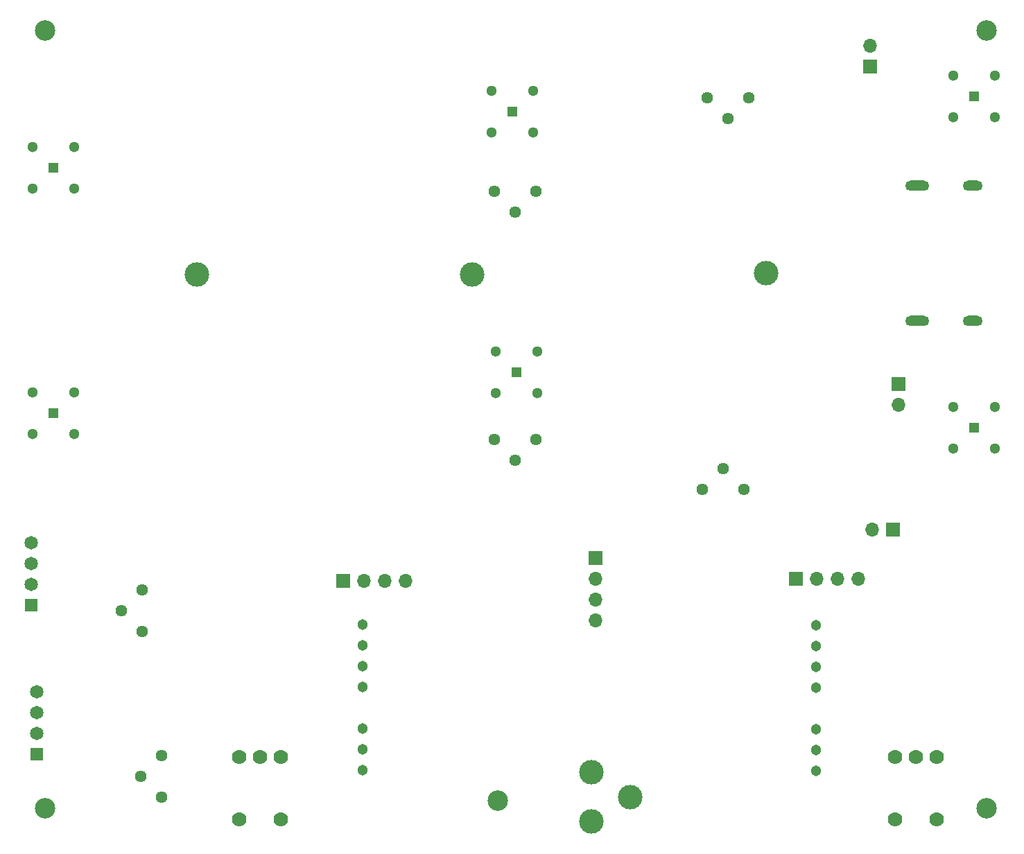
<source format=gbr>
%TF.GenerationSoftware,KiCad,Pcbnew,8.0.8*%
%TF.CreationDate,2025-08-11T17:01:41-07:00*%
%TF.ProjectId,bellamu,62656c6c-616d-4752-9e6b-696361645f70,rev?*%
%TF.SameCoordinates,Original*%
%TF.FileFunction,Soldermask,Bot*%
%TF.FilePolarity,Negative*%
%FSLAX46Y46*%
G04 Gerber Fmt 4.6, Leading zero omitted, Abs format (unit mm)*
G04 Created by KiCad (PCBNEW 8.0.8) date 2025-08-11 17:01:41*
%MOMM*%
%LPD*%
G01*
G04 APERTURE LIST*
%ADD10R,1.700000X1.700000*%
%ADD11O,1.700000X1.700000*%
%ADD12C,3.000000*%
%ADD13C,2.500000*%
%ADD14C,1.300000*%
%ADD15R,1.300000X1.300000*%
%ADD16C,1.440000*%
%ADD17O,2.413000X1.270000*%
%ADD18O,2.921000X1.270000*%
%ADD19C,1.303000*%
%ADD20C,1.778000*%
%ADD21C,1.650000*%
%ADD22R,1.650000X1.650000*%
G04 APERTURE END LIST*
D10*
%TO.C,P6*%
X186190000Y-115145000D03*
D11*
X183650000Y-115145000D03*
%TD*%
D10*
%TO.C,P5*%
X119010000Y-121445000D03*
D11*
X121550000Y-121445000D03*
X124090000Y-121445000D03*
X126630000Y-121445000D03*
%TD*%
%TO.C,P4*%
X181970000Y-121145000D03*
X179430000Y-121145000D03*
X176890000Y-121145000D03*
D10*
X174350000Y-121145000D03*
%TD*%
%TO.C,P1*%
X149850000Y-118605000D03*
D11*
X149850000Y-121145000D03*
X149850000Y-123685000D03*
X149850000Y-126225000D03*
%TD*%
D12*
%TO.C,TP5*%
X170650000Y-83845000D03*
%TD*%
%TO.C,TP3*%
X134750000Y-83945000D03*
%TD*%
%TO.C,TP2*%
X101150000Y-83945000D03*
%TD*%
D13*
%TO.C,TP1*%
X137925000Y-148270000D03*
%TD*%
%TO.C,H4*%
X82600000Y-149200000D03*
%TD*%
%TO.C,H3*%
X197600000Y-149200000D03*
%TD*%
%TO.C,H2*%
X197600000Y-54200000D03*
%TD*%
%TO.C,H1*%
X82600000Y-54200000D03*
%TD*%
D14*
%TO.C,J6*%
X86200000Y-73445000D03*
X81120000Y-73445000D03*
X81120000Y-68365000D03*
X86200000Y-68365000D03*
D15*
X83660000Y-70905000D03*
%TD*%
%TO.C,J1*%
X83660000Y-100905000D03*
D14*
X86200000Y-98365000D03*
X81120000Y-98365000D03*
X81120000Y-103445000D03*
X86200000Y-103445000D03*
%TD*%
D16*
%TO.C,RV3*%
X163510000Y-62405000D03*
X166050000Y-64945000D03*
X168590000Y-62405000D03*
%TD*%
%TO.C,RV2*%
X142552500Y-73855000D03*
X140012500Y-76395000D03*
X137472500Y-73855000D03*
%TD*%
D10*
%TO.C,P3*%
X183400000Y-58600000D03*
D11*
X183400000Y-56060000D03*
%TD*%
D14*
%TO.C,J10*%
X193520000Y-64780000D03*
X193520000Y-59700000D03*
X198600000Y-59700000D03*
X198600000Y-64780000D03*
D15*
X196060000Y-62240000D03*
%TD*%
%TO.C,J8*%
X139735700Y-64104998D03*
D14*
X137195700Y-66644998D03*
X142275700Y-66644998D03*
X142275700Y-61564998D03*
X137195700Y-61564998D03*
%TD*%
D10*
%TO.C,P2*%
X186825000Y-97350000D03*
D11*
X186825000Y-99890000D03*
%TD*%
D17*
%TO.C,J5*%
X195943802Y-73178400D03*
X195943802Y-89678400D03*
D18*
X189163744Y-73178400D03*
X189163744Y-89678400D03*
%TD*%
D16*
%TO.C,RV5*%
X94515000Y-127595000D03*
X91975000Y-125055000D03*
X94515000Y-122515000D03*
%TD*%
%TO.C,RV6*%
X96835000Y-142775000D03*
X94295000Y-145315000D03*
X96835000Y-147855000D03*
%TD*%
%TO.C,RV4*%
X167970000Y-110250000D03*
X165430000Y-107710000D03*
X162890000Y-110250000D03*
%TD*%
D19*
%TO.C,U3*%
X176820000Y-126800000D03*
X176820000Y-129340000D03*
X176820000Y-131880000D03*
X176820000Y-134420000D03*
X176820000Y-139500000D03*
X176820000Y-142040000D03*
X176820000Y-144580000D03*
%TD*%
D20*
%TO.C,S1*%
X111410000Y-142895000D03*
X108870000Y-142895000D03*
X106330000Y-142895000D03*
X106330000Y-150515000D03*
X111410000Y-150515000D03*
%TD*%
D14*
%TO.C,J3*%
X137682500Y-98500000D03*
X137682500Y-93420000D03*
X142762500Y-93420000D03*
X142762500Y-98500000D03*
D15*
X140222500Y-95960000D03*
%TD*%
D21*
%TO.C,J7*%
X81620000Y-134980000D03*
X81620000Y-137520000D03*
X81620000Y-140060000D03*
D22*
X81620000Y-142600000D03*
%TD*%
D12*
%TO.C,J2*%
X149350000Y-144779925D03*
X149350000Y-150779925D03*
X154050000Y-147779925D03*
%TD*%
D20*
%TO.C,S2*%
X191520000Y-142885000D03*
X188980000Y-142885000D03*
X186440000Y-142885000D03*
X186440000Y-150505000D03*
X191520000Y-150505000D03*
%TD*%
D19*
%TO.C,PS1*%
X121440000Y-144506000D03*
X121440000Y-141966000D03*
X121440000Y-139426000D03*
X121440000Y-134346000D03*
X121440000Y-131806000D03*
X121440000Y-129266000D03*
X121440000Y-126726000D03*
%TD*%
D16*
%TO.C,RV1*%
X137482500Y-104120000D03*
X140022500Y-106660000D03*
X142562500Y-104120000D03*
%TD*%
D22*
%TO.C,J9*%
X80930000Y-124401000D03*
D21*
X80930000Y-121861000D03*
X80930000Y-119321000D03*
X80930000Y-116781000D03*
%TD*%
D14*
%TO.C,J4*%
X193520000Y-100120000D03*
X198600000Y-100120000D03*
X198600000Y-105200000D03*
X193520000Y-105200000D03*
D15*
X196060000Y-102660000D03*
%TD*%
M02*

</source>
